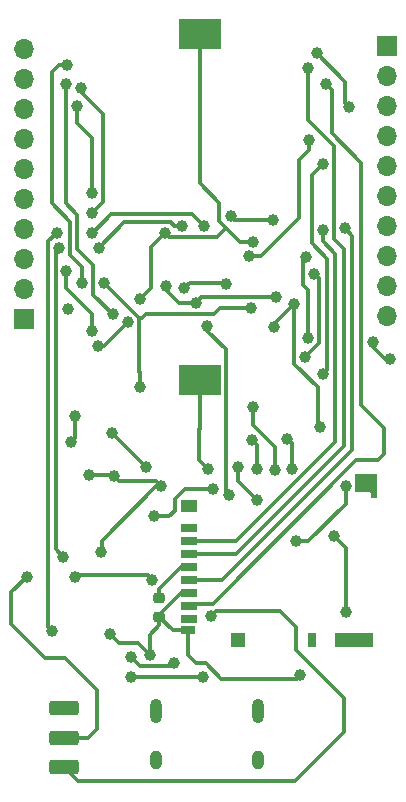
<source format=gbr>
%TF.GenerationSoftware,KiCad,Pcbnew,8.0.5-1.fc40*%
%TF.CreationDate,2024-10-05T09:08:47-05:00*%
%TF.ProjectId,PCB_ESP32,5043425f-4553-4503-9332-2e6b69636164,rev?*%
%TF.SameCoordinates,Original*%
%TF.FileFunction,Copper,L2,Bot*%
%TF.FilePolarity,Positive*%
%FSLAX46Y46*%
G04 Gerber Fmt 4.6, Leading zero omitted, Abs format (unit mm)*
G04 Created by KiCad (PCBNEW 8.0.5-1.fc40) date 2024-10-05 09:08:47*
%MOMM*%
%LPD*%
G01*
G04 APERTURE LIST*
G04 Aperture macros list*
%AMRoundRect*
0 Rectangle with rounded corners*
0 $1 Rounding radius*
0 $2 $3 $4 $5 $6 $7 $8 $9 X,Y pos of 4 corners*
0 Add a 4 corners polygon primitive as box body*
4,1,4,$2,$3,$4,$5,$6,$7,$8,$9,$2,$3,0*
0 Add four circle primitives for the rounded corners*
1,1,$1+$1,$2,$3*
1,1,$1+$1,$4,$5*
1,1,$1+$1,$6,$7*
1,1,$1+$1,$8,$9*
0 Add four rect primitives between the rounded corners*
20,1,$1+$1,$2,$3,$4,$5,0*
20,1,$1+$1,$4,$5,$6,$7,0*
20,1,$1+$1,$6,$7,$8,$9,0*
20,1,$1+$1,$8,$9,$2,$3,0*%
%AMRotRect*
0 Rectangle, with rotation*
0 The origin of the aperture is its center*
0 $1 length*
0 $2 width*
0 $3 Rotation angle, in degrees counterclockwise*
0 Add horizontal line*
21,1,$1,$2,0,0,$3*%
G04 Aperture macros list end*
%TA.AperFunction,ComponentPad*%
%ADD10O,1.000000X2.100000*%
%TD*%
%TA.AperFunction,ComponentPad*%
%ADD11O,1.000000X1.600000*%
%TD*%
%TA.AperFunction,ComponentPad*%
%ADD12R,1.700000X1.700000*%
%TD*%
%TA.AperFunction,ComponentPad*%
%ADD13O,1.700000X1.700000*%
%TD*%
%TA.AperFunction,SMDPad,CuDef*%
%ADD14RoundRect,0.225000X0.250000X-0.225000X0.250000X0.225000X-0.250000X0.225000X-0.250000X-0.225000X0*%
%TD*%
%TA.AperFunction,SMDPad,CuDef*%
%ADD15RoundRect,0.250000X1.000000X-0.375000X1.000000X0.375000X-1.000000X0.375000X-1.000000X-0.375000X0*%
%TD*%
%TA.AperFunction,SMDPad,CuDef*%
%ADD16R,1.900000X1.500000*%
%TD*%
%TA.AperFunction,SMDPad,CuDef*%
%ADD17RotRect,0.200000X0.200000X225.000000*%
%TD*%
%TA.AperFunction,SMDPad,CuDef*%
%ADD18R,0.500000X0.500000*%
%TD*%
%TA.AperFunction,SMDPad,CuDef*%
%ADD19R,1.400000X1.000000*%
%TD*%
%TA.AperFunction,SMDPad,CuDef*%
%ADD20R,3.200000X1.200000*%
%TD*%
%TA.AperFunction,SMDPad,CuDef*%
%ADD21R,0.800000X1.200000*%
%TD*%
%TA.AperFunction,SMDPad,CuDef*%
%ADD22R,1.200000X1.200000*%
%TD*%
%TA.AperFunction,SMDPad,CuDef*%
%ADD23R,1.400000X0.700000*%
%TD*%
%TA.AperFunction,SMDPad,CuDef*%
%ADD24R,1.200000X0.700000*%
%TD*%
%TA.AperFunction,SMDPad,CuDef*%
%ADD25R,3.600000X2.600000*%
%TD*%
%TA.AperFunction,ViaPad*%
%ADD26C,1.000000*%
%TD*%
%TA.AperFunction,Conductor*%
%ADD27C,0.300000*%
%TD*%
G04 APERTURE END LIST*
D10*
%TO.P,J2,S1,SHIELD*%
%TO.N,GND*%
X148460000Y-132395000D03*
D11*
X148460000Y-136575000D03*
D10*
X157100000Y-132395000D03*
D11*
X157100000Y-136575000D03*
%TD*%
D12*
%TO.P,J3,1,Pin_1*%
%TO.N,RX*%
X168030000Y-76105000D03*
D13*
%TO.P,J3,2,Pin_2*%
%TO.N,TX*%
X168030000Y-78645000D03*
%TO.P,J3,3,Pin_3*%
%TO.N,RESET*%
X168030000Y-81185000D03*
%TO.P,J3,4,Pin_4*%
%TO.N,IO41*%
X168030000Y-83725000D03*
%TO.P,J3,5,Pin_5*%
%TO.N,IO39*%
X168030000Y-86265000D03*
%TO.P,J3,6,Pin_6*%
%TO.N,SDA*%
X168030000Y-88805000D03*
%TO.P,J3,7,Pin_7*%
%TO.N,SCL*%
X168030000Y-91345000D03*
%TO.P,J3,8,Pin_8*%
%TO.N,VBUS*%
X168030000Y-93885000D03*
%TO.P,J3,9,Pin_9*%
%TO.N,GND*%
X168030000Y-96425000D03*
%TO.P,J3,10,Pin_10*%
%TO.N,3.3V2*%
X168030000Y-98965000D03*
%TD*%
D14*
%TO.P,C8,1*%
%TO.N,GND*%
X148780000Y-124395000D03*
%TO.P,C8,2*%
%TO.N,Net-(J1-VDD)*%
X148780000Y-122845000D03*
%TD*%
D15*
%TO.P,SW1,1,A*%
%TO.N,VBAT_SW_OUT*%
X140680000Y-137140000D03*
%TO.P,SW1,2,B*%
%TO.N,VBAT*%
X140680000Y-134640000D03*
%TO.P,SW1,3,C*%
%TO.N,unconnected-(SW1A-C-Pad3)*%
X140680000Y-132140000D03*
%TD*%
D16*
%TO.P,J1,*%
%TO.N,*%
X166280000Y-113120000D03*
D17*
X166730000Y-113870000D03*
D18*
X166980000Y-114120000D03*
D19*
X151280000Y-115020000D03*
D20*
X165280000Y-126420000D03*
D21*
X161680000Y-126420000D03*
D22*
X155480000Y-126420000D03*
D23*
%TO.P,J1,1,DAT2*%
%TO.N,unconnected-(J1-DAT2-Pad1)*%
X151280000Y-116920000D03*
%TO.P,J1,2,DAT3/CD*%
%TO.N,CS*%
X151280000Y-118020000D03*
%TO.P,J1,3,CMD*%
%TO.N,MOSI*%
X151280000Y-119120000D03*
%TO.P,J1,4,VDD*%
%TO.N,Net-(J1-VDD)*%
X151280000Y-120220000D03*
%TO.P,J1,5,CLK*%
%TO.N,CLK*%
X151280000Y-121320000D03*
%TO.P,J1,6,VSS*%
%TO.N,GND*%
X151280000Y-122420000D03*
%TO.P,J1,7,DAT0*%
%TO.N,MISO*%
X151280000Y-123520000D03*
%TO.P,J1,8,DAT1*%
%TO.N,unconnected-(J1-DAT1-Pad8)*%
X151280000Y-124620000D03*
D24*
%TO.P,J1,9,SHIELD*%
%TO.N,GND*%
X151180000Y-125570000D03*
%TD*%
D25*
%TO.P,BT1,1,+*%
%TO.N,Net-(BT1-+)*%
X152200000Y-104400000D03*
%TO.P,BT1,2,-*%
%TO.N,GND*%
X152200000Y-75100000D03*
%TD*%
D12*
%TO.P,J4,1,Pin_1*%
%TO.N,GND*%
X137290000Y-99215000D03*
D13*
%TO.P,J4,2,Pin_2*%
%TO.N,+3.3V*%
X137290000Y-96675000D03*
%TO.P,J4,3,Pin_3*%
%TO.N,VBAT*%
X137290000Y-94135000D03*
%TO.P,J4,4,Pin_4*%
%TO.N,IO9*%
X137290000Y-91595000D03*
%TO.P,J4,5,Pin_5*%
%TO.N,IO8*%
X137290000Y-89055000D03*
%TO.P,J4,6,Pin_6*%
%TO.N,IO7*%
X137290000Y-86515000D03*
%TO.P,J4,7,Pin_7*%
%TO.N,IO6*%
X137290000Y-83975000D03*
%TO.P,J4,8,Pin_8*%
%TO.N,IO5*%
X137290000Y-81435000D03*
%TO.P,J4,9,Pin_9*%
%TO.N,IO4*%
X137290000Y-78895000D03*
%TO.P,J4,10,Pin_10*%
%TO.N,IO3*%
X137290000Y-76355000D03*
%TD*%
D26*
%TO.N,Net-(BT1-+)*%
X156645000Y-109445000D03*
X157080000Y-111920000D03*
X152925000Y-111875000D03*
%TO.N,GND*%
X148000000Y-127690000D03*
X147120000Y-97490000D03*
X150900000Y-96610000D03*
X160170000Y-97960000D03*
X148930000Y-113360000D03*
X144930000Y-112470000D03*
X162410000Y-108340000D03*
X143880000Y-118945000D03*
X160680000Y-129380000D03*
X142810000Y-112440000D03*
X156680000Y-92650000D03*
X149300000Y-91900000D03*
X144585000Y-125835000D03*
X154460000Y-96210000D03*
X141060000Y-98350000D03*
X158530000Y-99880000D03*
%TO.N,+3.3V*%
X156510000Y-98280000D03*
X144120000Y-96130000D03*
X140940000Y-77700000D03*
X142200000Y-96140000D03*
X147110000Y-104990000D03*
X153350000Y-113570000D03*
X148330000Y-115920000D03*
%TO.N,3.3V2*%
X160320000Y-118040000D03*
X161220000Y-93930000D03*
X161360000Y-100780000D03*
X155450000Y-111710000D03*
X157040000Y-114530000D03*
X164580000Y-113320000D03*
%TO.N,RESET*%
X162100000Y-76700000D03*
X164860000Y-81220000D03*
X168270000Y-102590000D03*
X166830000Y-101180000D03*
%TO.N,VBAT*%
X137550000Y-121030000D03*
X140920000Y-95170000D03*
X143120000Y-100210000D03*
%TO.N,NEOPIXEL*%
X161460000Y-84080000D03*
X156400000Y-93880000D03*
%TO.N,VBUS*%
X149330000Y-96430000D03*
X151850000Y-97840000D03*
X158660000Y-97310000D03*
X141620000Y-121040000D03*
X146120000Y-99480000D03*
X144760000Y-108870000D03*
X147680000Y-111770000D03*
X148180000Y-121320000D03*
X143550000Y-101530000D03*
%TO.N,Net-(D3-K)*%
X141290000Y-109620000D03*
X141630000Y-107380000D03*
%TO.N,CLK*%
X164460000Y-91480000D03*
%TO.N,MOSI*%
X161340000Y-77980000D03*
%TO.N,CS*%
X154820000Y-90520000D03*
X162600000Y-91640000D03*
X158400000Y-90830000D03*
%TO.N,MISO*%
X162890000Y-79310000D03*
%TO.N,D+*%
X143110000Y-91920000D03*
X152460000Y-129480000D03*
X140090000Y-91900000D03*
X139690000Y-125600000D03*
X152530000Y-91330000D03*
X146350000Y-129480000D03*
%TO.N,D-*%
X146360000Y-127810000D03*
X143630000Y-93190000D03*
X150710000Y-91300000D03*
X140630000Y-119350000D03*
X150020000Y-128360000D03*
X140280000Y-93210000D03*
%TO.N,SCL*%
X161130000Y-102410000D03*
X156670000Y-106615000D03*
X158580000Y-112020000D03*
X164580000Y-124020000D03*
X163580000Y-117610000D03*
X161910000Y-95370000D03*
%TO.N,SDA*%
X159980000Y-111890000D03*
X162620000Y-103870000D03*
X159580000Y-109340000D03*
X162610000Y-86070000D03*
%TO.N,VBAT_SW_OUT*%
X153120000Y-124330000D03*
%TO.N,IO2*%
X141770000Y-81170000D03*
X143040000Y-88527002D03*
%TO.N,IO1*%
X142170000Y-79630000D03*
X143060000Y-90250000D03*
%TO.N,VDD_SPI*%
X152840000Y-99760000D03*
X154670000Y-114130000D03*
%TO.N,BOOT*%
X144860000Y-98810000D03*
X140860000Y-79290000D03*
%TD*%
D27*
%TO.N,Net-(BT1-+)*%
X152200000Y-108500000D02*
X152200000Y-104400000D01*
X156645000Y-109445000D02*
X157080000Y-109880000D01*
X152180000Y-111130000D02*
X152180000Y-108520000D01*
X152925000Y-111875000D02*
X152180000Y-111130000D01*
X157080000Y-109880000D02*
X157080000Y-111920000D01*
X152180000Y-108520000D02*
X152200000Y-108500000D01*
%TO.N,GND*%
X146940000Y-126630000D02*
X148000000Y-127690000D01*
X160170000Y-102980000D02*
X160170000Y-97930000D01*
X145380000Y-126630000D02*
X146940000Y-126630000D01*
X160170000Y-97960000D02*
X160170000Y-97930000D01*
X152710000Y-128330000D02*
X151900000Y-128330000D01*
X162190000Y-108120000D02*
X162190000Y-105000000D01*
X148930000Y-113360000D02*
X148540000Y-113360000D01*
X148540000Y-113360000D02*
X143900000Y-118000000D01*
X154400000Y-91460000D02*
X153870000Y-90930000D01*
X153630000Y-92230000D02*
X154400000Y-91460000D01*
X144930000Y-112470000D02*
X144900000Y-112440000D01*
X148460000Y-112890000D02*
X148930000Y-113360000D01*
X144585000Y-125835000D02*
X145380000Y-126630000D01*
X158530000Y-99880000D02*
X158530000Y-99600000D01*
X148000000Y-126690000D02*
X148000000Y-127690000D01*
X148000000Y-125920000D02*
X148780000Y-125140000D01*
X152200000Y-87700000D02*
X152200000Y-75100000D01*
X151900000Y-128330000D02*
X151180000Y-127610000D01*
X150900000Y-96610000D02*
X151373553Y-96136447D01*
X162190000Y-105000000D02*
X160170000Y-102980000D01*
X151373553Y-96136447D02*
X154386447Y-96136447D01*
X162410000Y-108340000D02*
X162190000Y-108120000D01*
X148060000Y-96550000D02*
X148060000Y-93140000D01*
X154386447Y-96136447D02*
X154460000Y-96210000D01*
X148780000Y-125140000D02*
X148780000Y-124395000D01*
X144900000Y-112440000D02*
X142810000Y-112440000D01*
X148780000Y-124270000D02*
X148780000Y-124395000D01*
X148060000Y-93140000D02*
X149300000Y-91900000D01*
X155590000Y-92650000D02*
X154400000Y-91460000D01*
X145350000Y-112890000D02*
X148460000Y-112890000D01*
X143900000Y-118925000D02*
X143880000Y-118945000D01*
X153870000Y-89370000D02*
X152200000Y-87700000D01*
X160680000Y-129380000D02*
X160410000Y-129650000D01*
X147120000Y-97490000D02*
X148060000Y-96550000D01*
X144930000Y-112470000D02*
X145350000Y-112890000D01*
X160410000Y-129650000D02*
X154030000Y-129650000D01*
X149955000Y-125570000D02*
X151180000Y-125570000D01*
X151280000Y-122420000D02*
X150630000Y-122420000D01*
X151180000Y-127610000D02*
X151180000Y-125570000D01*
X148780000Y-124395000D02*
X149955000Y-125570000D01*
X153870000Y-90930000D02*
X153870000Y-89370000D01*
X143900000Y-118000000D02*
X143900000Y-118925000D01*
X149300000Y-91900000D02*
X149630000Y-92230000D01*
X154030000Y-129650000D02*
X152710000Y-128330000D01*
X156680000Y-92650000D02*
X155590000Y-92650000D01*
X148000000Y-127690000D02*
X148000000Y-125920000D01*
X158530000Y-99600000D02*
X160170000Y-97960000D01*
X149630000Y-92230000D02*
X153630000Y-92230000D01*
X150630000Y-122420000D02*
X148780000Y-124270000D01*
%TO.N,+3.3V*%
X140270000Y-77700000D02*
X140265000Y-77695000D01*
X153910000Y-98280000D02*
X153890000Y-98300000D01*
X141240000Y-93800000D02*
X142200000Y-94760000D01*
X139660000Y-78300000D02*
X139660000Y-89370000D01*
X150080000Y-115420000D02*
X149580000Y-115920000D01*
X144120000Y-96130000D02*
X144120000Y-96190000D01*
X150080000Y-114420000D02*
X150080000Y-115420000D01*
X140265000Y-77695000D02*
X139660000Y-78300000D01*
X149580000Y-115920000D02*
X148330000Y-115920000D01*
X144120000Y-96190000D02*
X147040000Y-99110000D01*
X147100000Y-99110000D02*
X147100000Y-103700000D01*
X153890000Y-98300000D02*
X153410000Y-98780000D01*
X141240000Y-90950000D02*
X141240000Y-93800000D01*
X153410000Y-98780000D02*
X147640000Y-98780000D01*
X147100000Y-99110000D02*
X147310000Y-99110000D01*
X142200000Y-94760000D02*
X142200000Y-96140000D01*
X147110000Y-103710000D02*
X147110000Y-104990000D01*
X147040000Y-99110000D02*
X147100000Y-99110000D01*
X140940000Y-77700000D02*
X140270000Y-77700000D01*
X147310000Y-99110000D02*
X147640000Y-98780000D01*
X153350000Y-113570000D02*
X150930000Y-113570000D01*
X156510000Y-98280000D02*
X153910000Y-98280000D01*
X139660000Y-89370000D02*
X141240000Y-90950000D01*
X147100000Y-103700000D02*
X147110000Y-103710000D01*
X150930000Y-113570000D02*
X150080000Y-114420000D01*
%TO.N,3.3V2*%
X160940000Y-94210000D02*
X160940000Y-96360000D01*
X155450000Y-111710000D02*
X155450000Y-112940000D01*
X164580000Y-114840000D02*
X164580000Y-113320000D01*
X155450000Y-112940000D02*
X157040000Y-114530000D01*
X161380000Y-118040000D02*
X164580000Y-114840000D01*
X161220000Y-93930000D02*
X160940000Y-94210000D01*
X161360000Y-96780000D02*
X161360000Y-100780000D01*
X160940000Y-96360000D02*
X161360000Y-96780000D01*
X160320000Y-118040000D02*
X161380000Y-118040000D01*
%TO.N,Net-(J1-VDD)*%
X151280000Y-120220000D02*
X150600000Y-120220000D01*
X148780000Y-122040000D02*
X148780000Y-122845000D01*
X150600000Y-120220000D02*
X148780000Y-122040000D01*
%TO.N,RESET*%
X166830000Y-101180000D02*
X166830000Y-101540000D01*
X167880000Y-102590000D02*
X168270000Y-102590000D01*
X164530000Y-80890000D02*
X164530000Y-79130000D01*
X164860000Y-81220000D02*
X164530000Y-80890000D01*
X166830000Y-101540000D02*
X167880000Y-102590000D01*
X164530000Y-79130000D02*
X162100000Y-76700000D01*
%TO.N,VBAT*%
X137550000Y-121030000D02*
X136260000Y-122320000D01*
X140920000Y-96610000D02*
X143120000Y-98810000D01*
X143490000Y-130600000D02*
X143490000Y-133930000D01*
X140920000Y-95170000D02*
X140920000Y-96610000D01*
X143490000Y-133930000D02*
X142780000Y-134640000D01*
X136260000Y-125051845D02*
X139128155Y-127920000D01*
X143120000Y-98810000D02*
X143120000Y-100210000D01*
X140810000Y-127920000D02*
X143490000Y-130600000D01*
X139128155Y-127920000D02*
X140810000Y-127920000D01*
X142780000Y-134640000D02*
X140680000Y-134640000D01*
X136260000Y-122320000D02*
X136260000Y-125051845D01*
%TO.N,NEOPIXEL*%
X160630000Y-85720000D02*
X160630000Y-90620000D01*
X160630000Y-90620000D02*
X157370000Y-93880000D01*
X161460000Y-84890000D02*
X160630000Y-85720000D01*
X161460000Y-84080000D02*
X161460000Y-84890000D01*
X157370000Y-93880000D02*
X156400000Y-93880000D01*
%TO.N,VBUS*%
X150460000Y-97840000D02*
X151850000Y-97840000D01*
X158600000Y-97370000D02*
X152320000Y-97370000D01*
X146120000Y-99480000D02*
X144070000Y-101530000D01*
X152320000Y-97370000D02*
X151850000Y-97840000D01*
X147780000Y-120920000D02*
X148180000Y-121320000D01*
X158660000Y-97310000D02*
X158600000Y-97370000D01*
X149330000Y-96430000D02*
X149330000Y-96710000D01*
X149330000Y-96710000D02*
X150460000Y-97840000D01*
X141620000Y-121040000D02*
X141740000Y-120920000D01*
X144760000Y-108870000D02*
X144780000Y-108870000D01*
X144070000Y-101530000D02*
X143550000Y-101530000D01*
X144780000Y-108870000D02*
X147680000Y-111770000D01*
X141740000Y-120920000D02*
X147780000Y-120920000D01*
%TO.N,Net-(D3-K)*%
X141630000Y-109280000D02*
X141290000Y-109620000D01*
X141630000Y-107380000D02*
X141630000Y-109280000D01*
%TO.N,CLK*%
X154070000Y-121320000D02*
X151280000Y-121320000D01*
X165130000Y-110260000D02*
X154070000Y-121320000D01*
X165130000Y-92150000D02*
X165130000Y-110260000D01*
X164460000Y-91480000D02*
X165130000Y-92150000D01*
%TO.N,MOSI*%
X163530000Y-92430000D02*
X164410000Y-93310000D01*
X155280000Y-119120000D02*
X151280000Y-119120000D01*
X161330000Y-82395685D02*
X163530000Y-84595685D01*
X163530000Y-84595685D02*
X163530000Y-92430000D01*
X161340000Y-77980000D02*
X161330000Y-77990000D01*
X161330000Y-77990000D02*
X161330000Y-82395685D01*
X164410000Y-93310000D02*
X164410000Y-109990000D01*
X164410000Y-109990000D02*
X155280000Y-119120000D01*
%TO.N,CS*%
X155130000Y-90830000D02*
X158400000Y-90830000D01*
X154820000Y-90520000D02*
X155130000Y-90830000D01*
X155270000Y-118020000D02*
X151280000Y-118020000D01*
X163670000Y-93690000D02*
X163670000Y-109620000D01*
X162600000Y-92620000D02*
X163670000Y-93690000D01*
X163670000Y-109620000D02*
X155270000Y-118020000D01*
X162600000Y-91640000D02*
X162600000Y-92620000D01*
%TO.N,MISO*%
X162890000Y-79310000D02*
X163400000Y-79820000D01*
X163400000Y-79820000D02*
X163400000Y-83480000D01*
X163400000Y-83480000D02*
X165890000Y-85970000D01*
X153300000Y-123310000D02*
X165460000Y-111150000D01*
X151280000Y-123520000D02*
X151490000Y-123310000D01*
X165890000Y-85970000D02*
X165890000Y-106490000D01*
X167790000Y-110670000D02*
X167790000Y-108390000D01*
X151490000Y-123310000D02*
X153300000Y-123310000D01*
X165460000Y-111150000D02*
X167310000Y-111150000D01*
X167310000Y-111150000D02*
X167790000Y-110670000D01*
X167790000Y-108390000D02*
X165890000Y-106490000D01*
%TO.N,D+*%
X139350000Y-92640000D02*
X139350000Y-125260000D01*
X143150000Y-91920000D02*
X144720000Y-90350000D01*
X144720000Y-90350000D02*
X151550000Y-90350000D01*
X140090000Y-91900000D02*
X139350000Y-92640000D01*
X151550000Y-90350000D02*
X152530000Y-91330000D01*
X139350000Y-125260000D02*
X139690000Y-125600000D01*
X143110000Y-91920000D02*
X143150000Y-91920000D01*
X146350000Y-129480000D02*
X152460000Y-129480000D01*
%TO.N,D-*%
X150020000Y-128360000D02*
X149780000Y-128600000D01*
X145830000Y-91000000D02*
X143640000Y-93190000D01*
X139990000Y-118710000D02*
X140630000Y-119350000D01*
X139990000Y-93500000D02*
X139990000Y-118710000D01*
X150040402Y-91300000D02*
X149740402Y-91000000D01*
X150710000Y-91300000D02*
X150040402Y-91300000D01*
X140630000Y-119350000D02*
X140630000Y-119400000D01*
X140280000Y-93210000D02*
X139990000Y-93500000D01*
X147150000Y-128600000D02*
X146360000Y-127810000D01*
X149780000Y-128600000D02*
X147150000Y-128600000D01*
X140630000Y-119400000D02*
X140480000Y-119550000D01*
X149740402Y-91000000D02*
X145830000Y-91000000D01*
X143640000Y-93190000D02*
X143630000Y-93190000D01*
%TO.N,SCL*%
X158580000Y-112020000D02*
X158480000Y-111920000D01*
X158580000Y-110060000D02*
X156670000Y-108150000D01*
X158580000Y-112020000D02*
X158580000Y-110060000D01*
X164580000Y-124020000D02*
X164580000Y-118610000D01*
X162300000Y-101240000D02*
X161130000Y-102410000D01*
X161910000Y-95370000D02*
X162300000Y-95760000D01*
X156670000Y-108150000D02*
X156670000Y-106615000D01*
X164580000Y-118610000D02*
X163580000Y-117610000D01*
X162300000Y-95760000D02*
X162300000Y-101240000D01*
%TO.N,SDA*%
X159980000Y-109740000D02*
X159580000Y-109340000D01*
X162990000Y-103500000D02*
X162990000Y-94090000D01*
X159980000Y-111890000D02*
X159980000Y-109740000D01*
X162620000Y-103870000D02*
X162990000Y-103500000D01*
X162990000Y-94090000D02*
X161670000Y-92770000D01*
X161670000Y-87010000D02*
X162610000Y-86070000D01*
X161670000Y-92770000D02*
X161670000Y-87010000D01*
%TO.N,VBAT_SW_OUT*%
X160380000Y-127220000D02*
X164440000Y-131280000D01*
X141870000Y-138330000D02*
X140680000Y-137140000D01*
X160380000Y-125320000D02*
X160380000Y-127220000D01*
X164440000Y-134130000D02*
X160240000Y-138330000D01*
X164440000Y-131280000D02*
X164440000Y-134130000D01*
X153540000Y-123910000D02*
X158970000Y-123910000D01*
X160240000Y-138330000D02*
X141870000Y-138330000D01*
X153120000Y-124330000D02*
X153540000Y-123910000D01*
X158970000Y-123910000D02*
X160380000Y-125320000D01*
%TO.N,IO2*%
X141770000Y-82570000D02*
X143040000Y-83840000D01*
X143040000Y-83840000D02*
X143040000Y-88527002D01*
X141770000Y-81170000D02*
X141770000Y-82570000D01*
%TO.N,IO1*%
X144000000Y-81820000D02*
X142170000Y-79990000D01*
X143992741Y-89317259D02*
X143992741Y-88504316D01*
X143060000Y-90250000D02*
X143992741Y-89317259D01*
X144000000Y-88497057D02*
X144000000Y-81820000D01*
X143992741Y-88504316D02*
X144000000Y-88497057D01*
X142170000Y-79990000D02*
X142170000Y-79630000D01*
%TO.N,VDD_SPI*%
X152840000Y-100190000D02*
X152840000Y-99760000D01*
X154420000Y-101770000D02*
X152840000Y-100190000D01*
X154670000Y-114130000D02*
X154420000Y-113880000D01*
X154420000Y-113880000D02*
X154420000Y-101770000D01*
%TO.N,BOOT*%
X143180000Y-97130000D02*
X144860000Y-98810000D01*
X140860000Y-79290000D02*
X140860000Y-89380000D01*
X140860000Y-89380000D02*
X141840000Y-90360000D01*
X143180000Y-94630000D02*
X143180000Y-97130000D01*
X141840000Y-90360000D02*
X141840000Y-93290000D01*
X141840000Y-93290000D02*
X143180000Y-94630000D01*
%TD*%
M02*

</source>
